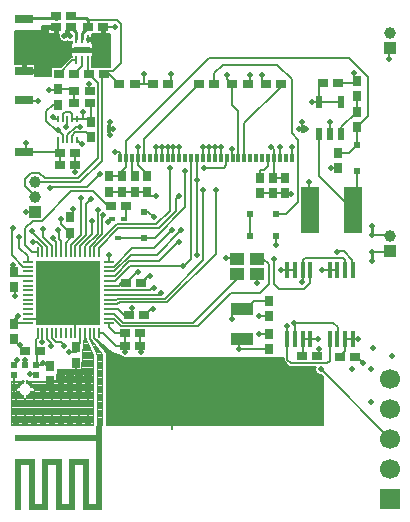
<source format=gbr>
G04 DipTrace 3.1.0.0*
G04 Top.gbr*
%MOIN*%
G04 #@! TF.FileFunction,Copper,L1,Top*
G04 #@! TF.Part,Single*
%AMOUTLINE0*
4,1,32,
0.145,0.14,
0.145,-0.14,
0.08,-0.14,
0.08,0.01,
0.055,0.01,
0.055,-0.14,
-0.01,-0.14,
-0.01,0.01,
-0.035,0.01,
-0.035,-0.14,
-0.1,-0.14,
-0.1,0.01,
-0.125,0.01,
-0.125,-0.14,
-0.145,-0.14,
-0.145,0.03,
-0.08,0.03,
-0.08,-0.12,
-0.055,-0.12,
-0.055,0.03,
0.01,0.03,
0.01,-0.12,
0.035,-0.12,
0.035,0.03,
0.1,0.03,
0.1,-0.12,
0.125,-0.12,
0.125,0.09,
-0.128005,0.09,
-0.128005,0.11,
0.125,0.11,
0.125,0.14,
0.145,0.14,
0*%
%AMOUTLINE2*
4,1,16,
0.003937,0.012795,
0.003547,0.014504,
0.002454,0.015873,
0.000877,0.016634,
-0.000877,0.016634,
-0.002454,0.015873,
-0.003547,0.014504,
-0.003937,0.012795,
-0.003937,-0.012795,
-0.003547,-0.014504,
-0.002454,-0.015873,
-0.000877,-0.016634,
0.000877,-0.016634,
0.002454,-0.015873,
0.003547,-0.014504,
0.003937,-0.012795,
0.003937,0.012795,
0*%
%AMOUTLINE4*
4,1,16,
0.012795,-0.003937,
0.014504,-0.003547,
0.015873,-0.002454,
0.016634,-0.000877,
0.016634,0.000877,
0.015873,0.002454,
0.014504,0.003547,
0.012795,0.003937,
-0.012795,0.003937,
-0.014504,0.003547,
-0.015873,0.002454,
-0.016634,0.000877,
-0.016634,-0.000877,
-0.015873,-0.002454,
-0.014504,-0.003547,
-0.012795,-0.003937,
0.012795,-0.003937,
0*%
%AMOUTLINE6*5,1,4,0,0,0.30066,-135.0*%
%AMOUTLINE9*
4,1,12,
0.013761,-0.013898,
0.002066,-0.013898,
0.000688,-0.010354,
-0.001911,-0.005787,
-0.005651,-0.002047,
-0.010218,0.000551,
-0.013761,0.001929,
-0.013761,0.013898,
-0.005701,0.011465,
0.001528,0.007291,
0.007428,0.001391,
0.011601,-0.005837,
0.013761,-0.013898,
0*%
%AMOUTLINE11*
4,1,12,
0.013898,0.013761,
0.013898,0.002066,
0.010354,0.000688,
0.005787,-0.001911,
0.002047,-0.005651,
-0.000551,-0.010218,
-0.001929,-0.013761,
-0.013898,-0.013761,
-0.011465,-0.005701,
-0.007291,0.001528,
-0.001391,0.007428,
0.005837,0.011601,
0.013898,0.013761,
0*%
%AMOUTLINE13*
4,1,12,
-0.013761,0.013898,
-0.002066,0.013898,
-0.000688,0.010354,
0.001911,0.005787,
0.005651,0.002047,
0.010218,-0.000551,
0.013761,-0.001929,
0.013761,-0.013898,
0.005701,-0.011465,
-0.001528,-0.007291,
-0.007428,-0.001391,
-0.011601,0.005837,
-0.013761,0.013898,
0*%
%AMOUTLINE15*
4,1,12,
-0.013898,-0.013761,
-0.013898,-0.002066,
-0.010354,-0.000688,
-0.005787,0.001911,
-0.002047,0.005651,
0.000551,0.010218,
0.001929,0.013761,
0.013898,0.013761,
0.011465,0.005701,
0.007291,-0.001528,
0.001391,-0.007428,
-0.005837,-0.011601,
-0.013898,-0.013761,
0*%
%AMOUTLINE17*
4,1,4,
-0.023622,0.019685,
0.023622,0.019685,
0.023622,-0.019685,
-0.023622,-0.019685,
-0.023622,0.019685,
0*%
G04 #@! TA.AperFunction,Conductor*
%ADD14C,0.005997*%
%ADD15C,0.01*%
G04 #@! TA.AperFunction,CopperBalancing*
%ADD16C,0.015*%
%ADD17C,0.005*%
%ADD18C,0.003937*%
G04 #@! TA.AperFunction,ComponentPad*
%ADD22R,0.02X0.02*%
G04 #@! TA.AperFunction,ViaPad*
%ADD23C,0.02*%
%ADD25R,0.035433X0.027559*%
%ADD26R,0.027559X0.035433*%
%ADD27R,0.023622X0.023622*%
%ADD28R,0.059055X0.027559*%
G04 #@! TA.AperFunction,ComponentPad*
%ADD29R,0.03937X0.03937*%
%ADD32C,0.03937*%
%ADD33R,0.011811X0.031496*%
G04 #@! TA.AperFunction,ComponentPad*
%ADD34R,0.066929X0.066929*%
%ADD37C,0.066929*%
%ADD38R,0.059055X0.15748*%
%ADD40R,0.020079X0.015748*%
%ADD46R,0.009843X0.026575*%
%ADD47R,0.055906X0.024016*%
%ADD48R,0.017717X0.057087*%
%ADD50R,0.023622X0.020551*%
%ADD52R,0.008858X0.023622*%
%ADD54R,0.023622X0.043307*%
%ADD55R,0.074803X0.043307*%
G04 #@! TA.AperFunction,ViaPad*
%ADD56C,0.025*%
%ADD86OUTLINE0*%
%ADD88OUTLINE2*%
%ADD90OUTLINE4*%
%ADD92OUTLINE6*%
%ADD95OUTLINE9*%
%ADD97OUTLINE11*%
%ADD99OUTLINE13*%
%ADD101OUTLINE15*%
%ADD103OUTLINE17*%
%FSLAX26Y26*%
G04*
G70*
G90*
G75*
G01*
G04 Top*
%LPD*%
X202126Y880827D2*
D14*
X200997D1*
Y895990D1*
X202000Y896992D1*
Y912000D1*
X217000Y927000D1*
Y940000D1*
X215000D1*
Y944409D1*
X175199Y1253934D2*
Y1216533D1*
X181102Y1210630D1*
Y1171260D1*
Y1210630D2*
X179134Y1212598D1*
X60903D1*
X235320Y1590950D2*
D15*
Y1615270D1*
X220591Y1630000D1*
Y1630997D1*
X210997D1*
X200997Y1620997D1*
Y1600000D1*
X196995D1*
X215000D2*
X210000D1*
Y1619409D1*
X220591Y1630000D1*
X177165Y1423228D2*
D14*
X224409D1*
X230315Y1417323D1*
Y1377953D1*
X146995Y1420997D2*
X174934D1*
X177165Y1423228D1*
X206696Y1324801D2*
Y1298005D1*
X201995D1*
X69003Y1244003D2*
Y1220698D1*
X60903Y1212598D1*
X235000Y562591D2*
Y547000D1*
X214000D1*
X213000Y546000D1*
X115591Y550000D2*
X105000Y539409D1*
Y503693D1*
X101186D1*
X125000Y510000D2*
X129003D1*
X138415Y500588D1*
X149000D1*
X125000Y510000D2*
X118693Y503693D1*
X101186D1*
X1016391Y589856D2*
X1041000D1*
Y589000D1*
X1221995Y965997D2*
D15*
Y935997D1*
X1158005Y589711D2*
D14*
X1175000D1*
Y589003D1*
X990801Y589856D2*
X1016391D1*
X1132415Y589711D2*
X1158005D1*
X1132415D2*
Y549409D1*
X1115000Y531995D1*
X1016076Y1022000D2*
X1013000D1*
Y1114000D1*
X1120404Y1381154D2*
X1045601D1*
Y1430194D1*
X1059409Y1444003D1*
X1021000Y1379000D2*
X1043448D1*
X1045601Y1381154D1*
X345827Y768622D2*
X378622D1*
X386958Y776958D1*
X402409D1*
Y776000D1*
X345827Y689882D2*
X374118D1*
X398000Y666000D1*
X406000D1*
X411241Y671241D1*
X442625Y1193005D2*
Y1169375D1*
X466000Y1146000D1*
Y1140150D1*
X473559Y1132591D1*
X74173Y800118D2*
X42472D1*
X29000Y813591D1*
X249370Y609173D2*
Y576961D1*
X235000Y562591D1*
X107638Y609173D2*
Y594638D1*
X104000Y591000D1*
Y561591D1*
X115591Y550000D1*
X345827Y642638D2*
Y629173D1*
X365000Y610000D1*
X397690D1*
X398294Y609396D1*
X312362Y609173D2*
X326827D1*
X369000Y567000D1*
X397803D1*
X398294Y566509D1*
X1221995Y935997D2*
X1279215D1*
X1281000Y934213D1*
X895381Y1193005D2*
Y1131148D1*
X891118Y1126886D1*
X933677D1*
X990801Y589856D2*
Y536982D1*
X987819Y534000D1*
X807843Y1440000D2*
X816000D1*
Y1471000D1*
X398294Y566509D2*
Y548706D1*
X400000Y547000D1*
X398294Y566509D2*
Y609396D1*
X444000Y814000D2*
X440409D1*
X402409Y776000D1*
X422000Y694000D2*
Y682000D1*
X411241Y671241D1*
X185000Y991000D2*
Y974409D1*
X215000Y944409D1*
X25000Y838000D2*
Y817591D1*
X29000Y813591D1*
X462000Y1015000D2*
X477000D1*
X496000Y996000D1*
X442625Y1193005D2*
Y1230625D1*
X443000Y1231000D1*
X895381Y1193005D2*
Y1223619D1*
X887000Y1232000D1*
X206696Y1253934D2*
Y1269701D1*
X235000Y1298005D1*
X250000D1*
X154882Y880827D2*
Y899118D1*
X125000Y929000D1*
Y958000D1*
X238190Y1253934D2*
X240068D1*
X254003Y1240000D1*
X255997D1*
X139134Y880827D2*
Y897866D1*
X92000Y945000D1*
Y948000D1*
X88000Y952000D1*
X190946Y1324801D2*
Y1338938D1*
X199003Y1346995D1*
X215000D1*
X221995Y1340000D1*
Y1325249D1*
X222444Y1324801D1*
X238190D1*
X260000D1*
X275593D1*
X285433Y1314961D1*
Y1374016D1*
X281496Y1377953D1*
X232283Y1171260D2*
Y1210630D1*
X325591Y1630000D2*
X366640D1*
X879173Y666417D2*
X847060D1*
X879173Y607493D2*
X846995D1*
Y606995D1*
X274690Y1590937D2*
X309711D1*
Y1555000D1*
X255005Y1555005D2*
Y1555000D1*
X239711D1*
X199711D1*
X939619Y822139D2*
X919000D1*
Y822000D1*
X269711Y1555000D2*
X255005D1*
X260000Y1346995D2*
Y1324801D1*
X1221995Y879003D2*
D15*
Y849003D1*
X1055000Y820000D2*
D14*
X1079239D1*
X1081234Y821995D1*
X1106824D1*
X939619Y822139D2*
X965210D1*
X296614Y609173D2*
Y593386D1*
X350997Y539003D1*
Y469003D1*
X353005Y466995D1*
X42008Y261995D2*
X315000D1*
Y31995D1*
X268005Y36995D1*
Y178005D1*
X225997D1*
Y31995D1*
X179003Y35000D1*
X180000Y161995D1*
X737000Y859000D2*
X773131D1*
X773541Y858591D1*
X838000Y776000D2*
Y804940D1*
X840470Y807409D1*
X346168Y1291430D2*
Y1312165D1*
X348005Y1314003D1*
X359003Y1291995D2*
X346732D1*
X346168Y1291430D1*
Y1270840D1*
X348005Y1269003D1*
Y1289593D1*
X346168Y1291430D1*
X235000Y511409D2*
Y484003D1*
X216995Y465997D1*
X74173Y658386D2*
X123386D1*
X210000Y745000D1*
X1221995Y879003D2*
X1275003D1*
X1281000Y885000D1*
X473559Y1081409D2*
Y1067000D1*
X504000D1*
X473559Y1081409D2*
X431000D1*
X388441D1*
X345882D1*
X149000Y449407D2*
X174583D1*
X186995Y436995D1*
X462423Y671241D2*
Y669423D1*
X485000Y692000D1*
X492000D1*
X453591Y776000D2*
X456000D1*
X469000Y789000D1*
X467000D1*
X484000Y806000D1*
Y799000D1*
X449475Y566509D2*
X451000D1*
Y547000D1*
X449475Y609396D2*
Y566509D1*
X226000Y1024000D2*
Y1006591D1*
X215000Y995591D1*
X34000Y735000D2*
Y757409D1*
X29000Y762409D1*
X1166181Y531995D2*
X1174005D1*
X1194000Y512000D1*
X1046000Y558000D2*
Y541000D1*
X1039000Y534000D1*
X902307Y933000D2*
Y904693D1*
X903000Y904000D1*
X232000Y1147000D2*
Y1170976D1*
X232283Y1171260D1*
X70000Y1013000D2*
X97646D1*
X98425Y1013780D1*
X50000Y1595000D2*
Y1555000D1*
Y1515000D1*
X110000D1*
Y1555000D1*
Y1595000D1*
X50000Y1515000D2*
X60929Y1504071D1*
Y1483189D1*
X383570Y1193005D2*
Y1214000D1*
X367000D1*
X501680Y1193005D2*
Y1232087D1*
X521365Y1193005D2*
Y1232087D1*
X541050Y1193005D2*
Y1232087D1*
X560735Y1193005D2*
Y1232087D1*
X580420Y1193005D2*
Y1232087D1*
X659160Y1193005D2*
Y1232087D1*
X678845Y1193005D2*
Y1232087D1*
X698530Y1193005D2*
Y1232087D1*
X718215Y1193005D2*
Y1232087D1*
X50000Y572000D2*
X46409D1*
X29000Y589409D1*
X50000Y572000D2*
Y564409D1*
X64409Y550000D1*
X551000Y1473000D2*
Y1448386D1*
X542614Y1440000D1*
X233622Y609173D2*
Y648622D1*
X250000Y665000D1*
X357315Y991496D2*
X352496D1*
X343000Y982000D1*
X1108000Y1160409D2*
X1086000D1*
Y1161000D1*
X980000Y1291995D2*
X991273D1*
X991837Y1291430D1*
X1110591Y1444003D2*
X1166415D1*
X1173005Y1450593D1*
X1083003Y1274854D2*
Y1314000D1*
X1083000D1*
X1162000Y1478000D2*
Y1461598D1*
X1173005Y1450593D1*
X1004003Y1291995D2*
X992402D1*
X990000Y1314003D2*
Y1293268D1*
X868276Y1440000D2*
X857000D1*
Y1470000D1*
X1280000Y1523000D2*
Y1559394D1*
X1281000Y1560394D1*
X915066Y1193005D2*
Y1232087D1*
X954436Y1193005D2*
Y1232087D1*
X933677Y1075705D2*
X891118D1*
X848559D1*
X933677D2*
X953295D1*
X954000Y1075000D1*
X556000Y291000D2*
Y309990D1*
X563005Y316995D1*
X30307Y471331D2*
X30000Y471024D1*
Y398000D1*
X36995Y391005D1*
Y376995D1*
X190946Y1253934D2*
Y1272046D1*
X176995Y1285997D1*
X175997D1*
X177165Y1372047D2*
X160039D1*
X136995Y1349003D1*
Y1317008D1*
X168005Y1285997D1*
X175997D1*
X345827Y721378D2*
Y722000D1*
X370000D1*
X373000Y725000D1*
X532000D1*
X660000Y853000D1*
Y1086000D1*
X281496Y1417323D2*
X280669D1*
X279000Y1418992D1*
Y1440000D1*
X175199Y1324801D2*
X159003D1*
Y1330997D1*
X345827Y705630D2*
X373630D1*
X381000Y713000D1*
X539000D1*
X701000Y875000D1*
Y1086000D1*
X83000Y473000D2*
X101186D1*
Y471331D1*
X345827Y847362D2*
Y870827D1*
X347000Y872000D1*
X65753Y503693D2*
Y518753D1*
X67000Y520000D1*
X345827Y737126D2*
X513126D1*
X520000Y744000D1*
X345827Y752874D2*
X483126D1*
X489252Y759000D1*
X495000D1*
X39000Y520000D2*
Y512386D1*
X30307Y503693D1*
X235320Y1519060D2*
X223470D1*
X179409Y1475000D1*
X255005Y1519060D2*
Y1499415D1*
X230591Y1475000D1*
X422940Y1193005D2*
Y1140651D1*
X431000Y1132591D1*
X345827Y674134D2*
X363871D1*
X393005Y645000D1*
X627000D1*
X768000Y786000D1*
Y807409D1*
X773541D1*
X274690Y1519060D2*
Y1479719D1*
X279409Y1475000D1*
X98425Y1062992D2*
Y1068570D1*
X66995Y1100000D1*
Y1124003D1*
X86995Y1144003D1*
X113990D1*
X131995Y1125997D1*
X242992D1*
X310000Y1193005D1*
Y1444409D1*
X279409Y1475000D1*
X74173Y642638D2*
X31047D1*
X29000Y640591D1*
Y653000D1*
X42000Y666000D1*
X222444Y1253934D2*
Y1267444D1*
X234003Y1279003D1*
X270210D1*
X285433Y1263780D1*
X345827Y658386D2*
X361614D1*
X386995Y633005D1*
X642005D1*
X753000Y744000D1*
X848000D1*
X878000Y774000D1*
Y841000D1*
X860409Y858591D1*
X840470D1*
X123386Y609173D2*
Y580472D1*
X123685D1*
X879173Y717598D2*
X828596D1*
X796995Y685997D1*
X787906D1*
Y690171D1*
X767165D1*
X755000Y678005D1*
Y655997D1*
X139134Y609173D2*
Y591866D1*
X154000Y577000D1*
Y567000D1*
X780000Y555997D2*
Y591745D1*
X787906D1*
X879173Y556312D2*
X780315D1*
X780000Y555997D1*
X1173005Y1348591D2*
Y1399412D1*
X1120404Y1274854D2*
Y1295990D1*
X1173005Y1348591D1*
X1171000Y1151693D2*
Y1035192D1*
X1157808Y1022000D1*
X1045601Y1274854D2*
Y1134207D1*
X1157808Y1022000D1*
X1173005Y1297409D2*
Y1238307D1*
X1171000D1*
X1108000Y1211591D2*
X1144283D1*
X1171000Y1238307D1*
X345882Y1132591D2*
X388441D1*
X403255Y1193005D2*
Y1165255D1*
X389000Y1151000D1*
Y1132591D1*
X403255Y1193005D2*
Y1250255D1*
X680000Y1527000D1*
X1145000D1*
X1208000Y1464000D1*
Y1332404D1*
X1173005Y1297409D1*
X919457Y1440000D2*
Y1431457D1*
X796955Y1308955D1*
Y1193005D1*
X848559Y1126886D2*
Y1154307D1*
X863697D1*
X875696Y1166306D1*
Y1193005D1*
X462310D2*
Y1257262D1*
X645047Y1440000D1*
X696228D2*
Y1476228D1*
X725000Y1505000D1*
X906000D1*
X955000Y1456000D1*
Y1276000D1*
X976000Y1255000D1*
Y1046000D1*
X937000Y1007000D1*
X902307D1*
X815693D2*
Y933000D1*
X377000Y928504D2*
X462000Y928386D1*
X110000Y1385000D2*
X61730D1*
X60903Y1385827D1*
X462000Y928386D2*
X498386D1*
X599000Y1029000D1*
Y1149000D1*
X150000Y1093000D2*
Y1097000D1*
X272000D1*
X315000Y1140000D1*
X402591Y1033000D2*
Y991496D1*
X396685D1*
X431000Y1440000D2*
X461000D1*
X491433D1*
X461000Y1473000D2*
Y1440000D1*
X74173Y847362D2*
Y865827D1*
X47000Y893000D1*
Y929000D1*
X168409Y1665591D2*
D16*
Y1661000D1*
D15*
X65512D1*
D14*
X60929Y1656417D1*
X296614Y880827D2*
Y896614D1*
X374000Y974000D1*
X504000D1*
X548000Y1018000D1*
Y1159000D1*
X550000Y1161000D1*
X756000Y1224000D2*
Y1194591D1*
X757585Y1193005D1*
X756661Y1440000D2*
Y1370339D1*
X777270Y1349730D1*
Y1193005D1*
X74173Y831614D2*
X58386D1*
X21000Y869000D1*
Y957000D1*
X25000Y961000D1*
X739000Y1469000D2*
Y1457661D1*
X756661Y1440000D1*
X280866Y880827D2*
Y897866D1*
X324000Y941000D1*
Y1005000D1*
X327000Y1008000D1*
Y1004000D1*
X265118Y880827D2*
Y899118D1*
X308000Y942000D1*
Y1022000D1*
X249370Y880827D2*
Y900370D1*
X290000Y941000D1*
Y984000D1*
X289000Y985000D1*
X123386Y880827D2*
X124000D1*
Y896000D1*
X106000Y914000D1*
X91000D1*
X170630Y880827D2*
Y915370D1*
X158000Y928000D1*
X896000Y857000D2*
Y773000D1*
X913000Y756000D1*
X995000D1*
X1016391Y777391D1*
Y822139D1*
X186378Y880827D2*
Y916622D1*
X179000Y924000D1*
Y953000D1*
X177000D1*
X1107000Y881000D2*
Y883000D1*
X1129000D1*
X1157000Y855000D1*
Y821995D1*
X1158005D1*
X233622Y880827D2*
Y901622D1*
X270000Y938000D1*
Y1041000D1*
X287000Y1058000D1*
X737900Y1193005D2*
X737000D1*
Y1169000D1*
X729000Y1161000D1*
X663000D1*
X345827Y800118D2*
X364121D1*
X413003Y849000D1*
X511000D1*
X577000Y915000D1*
X580000D1*
X1132415Y821995D2*
Y852585D1*
X1125315Y859685D1*
X997690D1*
X990801Y852795D1*
Y822139D1*
Y779801D1*
X990000Y779000D1*
X345827Y784370D2*
X365370D1*
X415000Y834000D1*
X581000D1*
X596000D1*
X619000Y857000D1*
Y1193795D1*
X619790Y1193005D1*
X939619Y589856D2*
Y521381D1*
X952000Y509000D1*
X1072000D1*
X1081000Y518000D1*
Y589478D1*
X1081234Y589711D1*
X581000Y834000D2*
Y833000D1*
X593000D1*
X939619Y589856D2*
Y633381D1*
X938000Y635000D1*
X217874Y880827D2*
Y902874D1*
X253000Y938000D1*
Y1059000D1*
X639475Y1193005D2*
Y1121475D1*
X639000Y1121000D1*
Y872000D1*
X965210Y589856D2*
Y643790D1*
X964000Y645000D1*
X1092000D1*
X1108000Y629000D1*
Y590887D1*
X1106824Y589711D1*
X345827Y831614D2*
X361614D1*
X423556Y893556D1*
X495556D1*
X556000Y954000D1*
X345827Y815866D2*
X362866D1*
X419000Y872000D1*
X505000D1*
X587000Y954000D1*
X312362Y880827D2*
Y895362D1*
X377000Y960000D1*
X511000D1*
X568000Y1017000D1*
Y1057000D1*
X579000Y1068000D1*
X255005Y1590950D2*
D15*
Y1610596D1*
X274409Y1630000D1*
X330591Y1475000D2*
D14*
Y1485000D1*
X360000D1*
X386995Y1511995D1*
Y1642008D1*
X374003Y1655000D1*
X274409D1*
D15*
Y1630000D1*
X98425Y1112205D2*
D14*
X250197D1*
X321995Y1184003D1*
Y1466404D1*
X330591Y1475000D1*
X344819D1*
X379819Y1440000D1*
X219591Y1665591D2*
D15*
Y1661000D1*
X268409D1*
X274409Y1655000D1*
X107638Y880827D2*
D14*
X88173D1*
X66000Y903000D1*
Y959000D1*
X92000Y985000D1*
X122000D1*
X220000Y1083000D1*
X294000D1*
X344000Y1033000D1*
X351409D1*
X154882Y609173D2*
Y593118D1*
X169000Y579000D1*
X186000D1*
X197000Y568000D1*
X1283007Y255997D2*
Y256993D1*
X1051000Y489000D1*
D23*
X896000Y857000D3*
X130000Y825000D3*
X550000Y1161000D3*
X47000Y929000D3*
X67000Y520000D3*
X125000Y510000D3*
X123685Y580472D3*
X154000Y567000D3*
X701000Y1086000D3*
X520000Y744000D3*
X130000Y785000D3*
X83000Y473000D3*
X91000Y914000D3*
X213000Y546000D3*
X1221995Y965997D3*
D56*
X683005Y466995D3*
D23*
X88000Y952000D3*
X990000Y779000D3*
X639000Y872000D3*
X125000Y958000D3*
X495000Y759000D3*
X39000Y520000D3*
D56*
X533005Y466995D3*
D23*
X158000Y928000D3*
X177000Y953000D3*
X253000Y1059000D3*
X287000Y1058000D3*
X289000Y985000D3*
X308000Y1022000D3*
X327000Y1004000D3*
X756000Y1224000D3*
X579000Y1068000D3*
X347000Y872000D3*
X964000Y645000D3*
X50000Y572000D3*
X239711Y1555000D3*
X269711D3*
X130000Y745000D3*
X663000Y1161000D3*
X260000Y1346995D3*
X639000Y1121000D3*
X1107000Y881000D3*
X197000Y568000D3*
D56*
X683005Y436995D3*
X533005D3*
X683005Y406995D3*
D23*
X130000Y705000D3*
Y665000D3*
X146995Y1420997D3*
X170000Y825000D3*
X69003Y1244003D3*
X170000Y785000D3*
Y745000D3*
X196995Y1600000D3*
X215000D3*
X170000Y705000D3*
X175997Y1285997D3*
X1051000Y489000D3*
X348005Y1314003D3*
Y1269003D3*
X1162000Y1478000D3*
X593000Y833000D3*
X110000Y1385000D3*
X359003Y1291995D3*
X990000Y1314003D3*
X938000Y635000D3*
D56*
X683005Y376995D3*
X923005Y466995D3*
D23*
X1041000Y589000D3*
X201995Y1298005D3*
D56*
X67000Y377000D3*
X923005Y436995D3*
D23*
X250000Y1298005D3*
X255997Y1240000D3*
X279000Y1440000D3*
X159003Y1330997D3*
D56*
X713005Y466995D3*
Y436995D3*
Y406995D3*
X36995Y376995D3*
D23*
X366640Y1630000D3*
D56*
X36995Y346995D3*
Y316995D3*
D23*
X1288000Y533000D3*
X461000Y1473000D3*
X847060Y666417D3*
X846995Y606995D3*
X599000Y1149000D3*
X170000Y665000D3*
X210000Y825000D3*
Y785000D3*
D56*
X713005Y376995D3*
D23*
X210000Y745000D3*
Y705000D3*
D56*
X713005Y346995D3*
Y316995D3*
D23*
X210000Y665000D3*
X1221995Y935997D3*
X250000Y825000D3*
D56*
X593005Y466995D3*
Y436995D3*
D23*
X1004003Y1291995D3*
X980000D3*
X315000Y1140000D3*
X150000Y1093000D3*
X400000Y547000D3*
X1021000Y1379000D3*
X444000Y814000D3*
X422000Y694000D3*
X226000Y1024000D3*
X185000Y991000D3*
X25000Y838000D3*
X34000Y735000D3*
X1046000Y558000D3*
D56*
X593005Y406995D3*
D23*
X1221995Y879003D3*
D56*
X593005Y376995D3*
D23*
X1194000Y512000D3*
X309711Y1555000D3*
X199711D3*
X1055000Y820000D3*
X919000Y822000D3*
X737000Y859000D3*
X838000Y776000D3*
X250000Y785000D3*
X42000Y666000D3*
X250000Y745000D3*
Y705000D3*
Y665000D3*
X290000Y825000D3*
D56*
X66995Y346995D3*
Y316995D3*
D23*
X290000Y785000D3*
Y745000D3*
Y705000D3*
Y665000D3*
X556000Y954000D3*
X587000D3*
X580000Y915000D3*
X903000Y904000D3*
X443000Y1231000D3*
D56*
X533005Y406995D3*
Y376995D3*
X96995D3*
Y346995D3*
Y316995D3*
X533005Y346995D3*
Y316995D3*
X563005Y466995D3*
Y436995D3*
Y406995D3*
Y376995D3*
Y346995D3*
Y316995D3*
X653000Y347000D3*
X923005Y376995D3*
D23*
X1221995Y849003D3*
D56*
X126995Y376995D3*
Y346995D3*
Y316995D3*
Y406995D3*
X156995D3*
D23*
X496000Y996000D3*
D56*
X623005Y466995D3*
Y436995D3*
Y406995D3*
Y376995D3*
X923005Y346995D3*
Y316995D3*
X653005Y466995D3*
X156995Y376995D3*
Y346995D3*
Y316995D3*
X653005Y436995D3*
Y406995D3*
Y376995D3*
X953005Y466995D3*
Y436995D3*
X186995Y466995D3*
Y436995D3*
Y406995D3*
D23*
X70000Y1013000D3*
D56*
X953005Y376995D3*
Y346995D3*
Y316995D3*
X743005Y466995D3*
Y436995D3*
Y406995D3*
Y376995D3*
Y346995D3*
Y316995D3*
X186995Y376995D3*
Y346995D3*
Y316995D3*
X773005Y466995D3*
Y436995D3*
Y406995D3*
Y376995D3*
X216995Y465997D3*
Y436995D3*
Y406995D3*
Y376995D3*
Y346995D3*
Y316995D3*
X773005Y346995D3*
Y316995D3*
X803005Y466995D3*
Y439003D3*
X246995Y465997D3*
Y436995D3*
Y406995D3*
Y376995D3*
Y346995D3*
Y316995D3*
D23*
X232000Y1147000D3*
X1280000Y1523000D3*
X50000Y1595000D3*
X110000D3*
D56*
X276995Y466995D3*
Y436995D3*
Y406995D3*
Y376995D3*
Y346995D3*
Y316995D3*
X353005Y466995D3*
Y436995D3*
Y406995D3*
Y376995D3*
Y346995D3*
Y316995D3*
X833005Y466995D3*
Y440000D3*
D23*
X50000Y1555000D3*
Y1515000D3*
D56*
X383005Y466995D3*
Y436995D3*
Y406995D3*
Y376995D3*
Y346995D3*
Y316995D3*
D23*
X110000Y1515000D3*
Y1555000D3*
D56*
X863005Y466995D3*
Y436995D3*
X413005Y466995D3*
Y436995D3*
Y406995D3*
Y376995D3*
Y346995D3*
Y316995D3*
D23*
X954000Y1075000D3*
D56*
X866995Y376995D3*
Y346995D3*
Y316995D3*
X443005Y466995D3*
Y436995D3*
Y406995D3*
Y376995D3*
Y346995D3*
Y316995D3*
X893005Y466995D3*
Y436995D3*
D23*
X551000Y1473000D3*
D56*
X893005Y376995D3*
X473005Y466995D3*
Y436995D3*
Y406995D3*
Y376995D3*
Y346995D3*
Y316995D3*
X893005Y346995D3*
Y316995D3*
X653000Y317000D3*
D23*
X887000Y1232000D3*
D56*
X503005Y466995D3*
Y436995D3*
Y406995D3*
Y376995D3*
Y346995D3*
Y316995D3*
D23*
X343000Y982000D3*
D56*
X683000Y347000D3*
D23*
X1226000Y559000D3*
D56*
X683000Y317000D3*
X593000Y347000D3*
Y317000D3*
X623000Y347000D3*
D23*
X1218005Y379003D3*
D56*
X623000Y317000D3*
D23*
X25000Y961000D3*
X1219000Y492000D3*
X739000Y1469000D3*
X1155000Y489000D3*
X1175000Y589003D3*
X1086000Y1161000D3*
X1013000Y1114000D3*
X1083000Y1314000D3*
X660000Y1086000D3*
X816000Y1471000D3*
X857000Y1470000D3*
X504000Y1067000D3*
X492000Y692000D3*
X484000Y799000D3*
X451000Y547000D3*
X367000Y1214000D3*
X501680Y1232087D3*
X521365D3*
X541050D3*
X560735D3*
X580420D3*
X659160D3*
X678845D3*
X698530D3*
X718215D3*
X915066D3*
X954436D3*
X780000Y555997D3*
X755000Y655997D3*
X122995Y1627631D2*
D17*
X142493D1*
X122995Y1622762D2*
X142493D1*
X122995Y1617894D2*
X142493D1*
X33000Y1613025D2*
X142493D1*
X33000Y1608156D2*
X142493D1*
X33000Y1603287D2*
X178089D1*
X288806D2*
X347000D1*
X33000Y1598419D2*
X177865D1*
X288806D2*
X347000D1*
X33000Y1593550D2*
X178949D1*
X288806D2*
X347000D1*
X33000Y1588681D2*
X181614D1*
X288806D2*
X347000D1*
X33000Y1583812D2*
X187142D1*
X288806D2*
X347000D1*
X33000Y1578944D2*
X221205D1*
X288806D2*
X347000D1*
X33000Y1574075D2*
X217854D1*
X292155D2*
X347000D1*
X33000Y1569206D2*
X217854D1*
X292155D2*
X347000D1*
X33000Y1564337D2*
X217854D1*
X292155D2*
X347000D1*
X33000Y1559469D2*
X217854D1*
X292155D2*
X347000D1*
X33000Y1554600D2*
X217854D1*
X292155D2*
X347000D1*
X33000Y1549731D2*
X217854D1*
X292155D2*
X347000D1*
X33000Y1544862D2*
X217854D1*
X292155D2*
X347000D1*
X33000Y1539993D2*
X217854D1*
X292155D2*
X347000D1*
X33000Y1535125D2*
X217854D1*
X292155D2*
X347000D1*
X33000Y1530256D2*
X219631D1*
X288806D2*
X347000D1*
X33000Y1525387D2*
X212777D1*
X288806D2*
X347000D1*
X33000Y1520518D2*
X207903D1*
X288806D2*
X347000D1*
X33000Y1515650D2*
X203041D1*
X288806D2*
X347000D1*
X33000Y1510781D2*
X198167D1*
X288806D2*
X347000D1*
X33000Y1505912D2*
X193303D1*
X288806D2*
X347000D1*
X99655Y1501043D2*
X188430D1*
X288806D2*
X347000D1*
X99655Y1496175D2*
X152493D1*
X99655Y1491306D2*
X152493D1*
X99655Y1486437D2*
X152493D1*
X99655Y1481568D2*
X152493D1*
X99655Y1476699D2*
X152493D1*
X99655Y1471831D2*
X152493D1*
X300823Y1607533D2*
X288314Y1607524D1*
X288310Y1575709D1*
X291656Y1575710D1*
Y1534299D1*
X288310D1*
Y1497471D1*
X347500Y1497500D1*
X347504Y1607524D1*
X299177Y1607525D1*
X155496Y1497476D2*
X185369D1*
X215199Y1527331D1*
X216594Y1528522D1*
X218160Y1529482D1*
X219856Y1530184D1*
X221701Y1530619D1*
X221656Y1534299D1*
X218356D1*
Y1575710D1*
X221701D1*
X221702Y1582549D1*
X219365Y1581819D1*
X216467Y1581361D1*
X213533D1*
X210635Y1581819D1*
X207845Y1582726D1*
X206016Y1583618D1*
X204150Y1582726D1*
X201360Y1581819D1*
X198462Y1581361D1*
X195528D1*
X192630Y1581819D1*
X189840Y1582726D1*
X187226Y1584058D1*
X184852Y1585782D1*
X182777Y1587857D1*
X181052Y1590231D1*
X179720Y1592845D1*
X178814Y1595635D1*
X178356Y1598533D1*
Y1601467D1*
X178814Y1604365D1*
X179720Y1607155D1*
X179891Y1607525D1*
X142996Y1607524D1*
Y1632513D1*
X122500Y1632500D1*
X122470Y1619609D1*
X122227Y1618865D1*
X121768Y1618232D1*
X121135Y1617773D1*
X120391Y1617530D1*
X120000Y1617500D1*
X32500D1*
Y1505673D1*
X99155Y1505665D1*
Y1467488D1*
X152996Y1467524D1*
Y1497476D1*
X155496D1*
X325591Y1630000D2*
D16*
Y1607533D1*
X169409Y1630000D2*
Y1607533D1*
X143005Y1630000D2*
X169409D1*
X60929Y1505656D2*
Y1483189D1*
X99144D1*
X274690Y1590937D2*
X288299D1*
X218365Y1555005D2*
X291646D1*
X262189Y594226D2*
D18*
X267215D1*
X261820Y590420D2*
X268783D1*
X261458Y586614D2*
X270360D1*
X261089Y582808D2*
X271936D1*
X260874Y579003D2*
X273512D1*
X260735Y575197D2*
X275089D1*
X259997Y571391D2*
X276665D1*
X259629Y567585D2*
X278241D1*
X259266Y563780D2*
X279810D1*
X258898Y559974D2*
X281386D1*
X258537Y556168D2*
X282963D1*
X258167Y552362D2*
X284539D1*
X257806Y548556D2*
X286115D1*
X257437Y544751D2*
X287692D1*
X257298Y540945D2*
X289268D1*
X257298Y537139D2*
X290644D1*
X256337Y533333D2*
X290644D1*
X255975Y529528D2*
X290644D1*
X255606Y525722D2*
X290644D1*
X255245Y521916D2*
X290644D1*
X254877Y518110D2*
X290644D1*
X254514Y514304D2*
X290644D1*
X254146Y510499D2*
X290644D1*
X253785Y506693D2*
X290644D1*
X253415Y502887D2*
X290644D1*
X253054Y499081D2*
X290644D1*
X252685Y495276D2*
X290644D1*
X252323Y491470D2*
X290644D1*
X171299Y487664D2*
X290644D1*
X171299Y483858D2*
X290644D1*
X171299Y480052D2*
X290644D1*
X171299Y476247D2*
X290644D1*
X169354Y472441D2*
X290644D1*
X169354Y468635D2*
X290644D1*
X169354Y464829D2*
X290644D1*
X169354Y461024D2*
X290644D1*
X169354Y457218D2*
X290644D1*
X169354Y453412D2*
X290644D1*
X18360Y449606D2*
X57661D1*
X73843D2*
X290644D1*
X18360Y445801D2*
X49403D1*
X82101D2*
X290644D1*
X18360Y441995D2*
X44843D1*
X86669D2*
X290644D1*
X18360Y438189D2*
X41728D1*
X89776D2*
X290644D1*
X18360Y434383D2*
X39537D1*
X91967D2*
X290644D1*
X18360Y430577D2*
X38038D1*
X93466D2*
X290644D1*
X18360Y426772D2*
X37130D1*
X94374D2*
X290644D1*
X18360Y422966D2*
X36753D1*
X94751D2*
X290644D1*
X18360Y419160D2*
X36885D1*
X94619D2*
X290644D1*
X18360Y415354D2*
X37530D1*
X93974D2*
X290644D1*
X18360Y411549D2*
X38730D1*
X92774D2*
X290644D1*
X18360Y407743D2*
X40567D1*
X90945D2*
X290644D1*
X18360Y403937D2*
X43190D1*
X88315D2*
X290644D1*
X18360Y400131D2*
X46942D1*
X84562D2*
X290644D1*
X18360Y396325D2*
X52786D1*
X78718D2*
X290644D1*
X18360Y392520D2*
X290644D1*
X18360Y388714D2*
X290644D1*
X18360Y384908D2*
X290644D1*
X18360Y381102D2*
X290644D1*
X18360Y377297D2*
X290644D1*
X18360Y373491D2*
X290644D1*
X18360Y369685D2*
X290644D1*
X18360Y365879D2*
X290644D1*
X18360Y362073D2*
X290644D1*
X18360Y358268D2*
X290644D1*
X18360Y354462D2*
X290644D1*
X18360Y350656D2*
X290644D1*
X18360Y346850D2*
X290644D1*
X18360Y343045D2*
X290644D1*
X18360Y339239D2*
X290644D1*
X18360Y335433D2*
X290644D1*
X18360Y331627D2*
X290644D1*
X18360Y327822D2*
X290644D1*
X18360Y324016D2*
X290644D1*
X18360Y320210D2*
X290644D1*
X18360Y316404D2*
X290644D1*
X18360Y312598D2*
X290644D1*
X18360Y308793D2*
X290644D1*
X18360Y304987D2*
X290644D1*
X170903Y490034D2*
Y474748D1*
X168958D1*
X168940Y452697D1*
X168749Y452112D1*
X168387Y451613D1*
X167888Y451251D1*
X167303Y451060D1*
X166793Y451049D1*
X129608Y450786D1*
X69715Y450386D1*
X72542Y449845D1*
X74437Y449312D1*
X76290Y448651D1*
X78094Y447864D1*
X79840Y446955D1*
X81518Y445928D1*
X83123Y444789D1*
X84646Y443541D1*
X86079Y442192D1*
X87415Y440747D1*
X88650Y439214D1*
X89776Y437600D1*
X90789Y435912D1*
X91682Y434159D1*
X92454Y432349D1*
X93100Y430490D1*
X93615Y428591D1*
X94000Y426660D1*
X94251Y424707D1*
X94375Y422039D1*
X94307Y420072D1*
X94105Y418114D1*
X93768Y416176D1*
X93299Y414264D1*
X92699Y412390D1*
X91972Y410560D1*
X91122Y408786D1*
X90151Y407073D1*
X89066Y405433D1*
X87869Y403870D1*
X86568Y402394D1*
X85168Y401009D1*
X83677Y399724D1*
X82101Y398546D1*
X80449Y397478D1*
X78726Y396526D1*
X76942Y395694D1*
X75105Y394988D1*
X73223Y394409D1*
X71307Y393962D1*
X69365Y393646D1*
X67404Y393465D1*
X65437Y393419D1*
X63471Y393508D1*
X61516Y393732D1*
X59580Y394091D1*
X57675Y394581D1*
X55807Y395201D1*
X53986Y395949D1*
X52220Y396819D1*
X50520Y397808D1*
X48890Y398912D1*
X47341Y400126D1*
X45878Y401444D1*
X44509Y402858D1*
X43241Y404364D1*
X42080Y405951D1*
X41030Y407617D1*
X40098Y409349D1*
X39286Y411143D1*
X38600Y412987D1*
X38042Y414875D1*
X37615Y416797D1*
X37322Y418741D1*
X37163Y420703D1*
X37138Y422672D1*
X37249Y424636D1*
X37495Y426589D1*
X37875Y428521D1*
X38386Y430421D1*
X39026Y432282D1*
X39794Y434094D1*
X40684Y435850D1*
X41692Y437541D1*
X42814Y439157D1*
X44045Y440693D1*
X45378Y442140D1*
X46807Y443493D1*
X48327Y444744D1*
X49928Y445888D1*
X51605Y446920D1*
X53348Y447833D1*
X55150Y448625D1*
X57001Y449290D1*
X58895Y449828D1*
X61621Y450345D1*
X17951Y450039D1*
X17966Y422467D1*
Y303963D1*
X291037D1*
Y537655D1*
X269354Y590000D1*
X267088Y595538D1*
X267041Y596152D1*
X267256Y597896D1*
X262096Y597562D1*
X260479Y580535D1*
X260458Y576088D1*
X260185Y574365D1*
X259739Y572957D1*
X259948Y573524D1*
X259739Y572957D1*
X256903Y543155D1*
Y536751D1*
X256265D1*
X251938Y491654D1*
X251739Y491071D1*
X251367Y490579D1*
X250864Y490226D1*
X250274Y490046D1*
X249781Y490039D1*
X214567Y490026D1*
X170899D1*
X306612Y582894D2*
D17*
X310114D1*
X310888Y578025D2*
X315709D1*
X315176Y573156D2*
X321315D1*
X319463Y568287D2*
X326911D1*
X323740Y563419D2*
X332516D1*
X328028Y558550D2*
X338112D1*
X332304Y553681D2*
X343707D1*
X336592Y548812D2*
X349312D1*
X339991Y543944D2*
X354908D1*
X339991Y539075D2*
X367848D1*
X339991Y534206D2*
X383102D1*
X339991Y529337D2*
X393366D1*
X339991Y524469D2*
X927438D1*
X339991Y519600D2*
X927575D1*
X339991Y514731D2*
X929518D1*
X339991Y509862D2*
X934118D1*
X339991Y504993D2*
X938980D1*
X339991Y500125D2*
X943903D1*
X339991Y495256D2*
X1032877D1*
X339991Y490387D2*
X1031852D1*
X339991Y485518D2*
X1032125D1*
X339991Y480650D2*
X1033776D1*
X339991Y475781D2*
X1037282D1*
X339991Y470912D2*
X1045768D1*
X339991Y466043D2*
X1056930D1*
X339991Y461175D2*
X1056999D1*
X339991Y456306D2*
X1056999D1*
X339991Y451437D2*
X1056999D1*
X339991Y446568D2*
X1056999D1*
X339991Y441699D2*
X1056999D1*
X339991Y436831D2*
X1056999D1*
X339991Y431962D2*
X1056999D1*
X339991Y427093D2*
X1056999D1*
X339991Y422224D2*
X1056999D1*
X339991Y417356D2*
X1056999D1*
X339991Y412487D2*
X1056999D1*
X339991Y407618D2*
X1056999D1*
X339991Y402749D2*
X1056999D1*
X339991Y397881D2*
X1056999D1*
X339991Y393012D2*
X1056999D1*
X339991Y388143D2*
X1056999D1*
X339991Y383274D2*
X1056999D1*
X339991Y378406D2*
X1056999D1*
X339991Y373537D2*
X1056999D1*
X339991Y368668D2*
X1056999D1*
X339991Y363799D2*
X1056999D1*
X339991Y358930D2*
X1056999D1*
X339991Y354062D2*
X1056999D1*
X339991Y349193D2*
X1056999D1*
X339991Y344324D2*
X1056999D1*
X339991Y339455D2*
X1056999D1*
X339991Y334587D2*
X1056999D1*
X339991Y329718D2*
X1056999D1*
X339991Y324849D2*
X1056999D1*
X339991Y319980D2*
X1056999D1*
X339991Y315112D2*
X1056999D1*
X339991Y310243D2*
X1056999D1*
X339991Y305374D2*
X1056999D1*
X1053054Y470429D2*
X1051000Y470303D1*
X1048075Y470533D1*
X1045222Y471218D1*
X1042512Y472340D1*
X1040010Y473874D1*
X1037780Y475780D1*
X1035874Y478010D1*
X1034340Y480512D1*
X1033218Y483222D1*
X1032533Y486075D1*
X1032303Y489000D1*
X1032533Y491925D1*
X1033218Y494778D1*
X1034261Y497316D1*
X952000Y497304D1*
X950171Y497448D1*
X948386Y497877D1*
X946690Y498579D1*
X945125Y499538D1*
X943730Y500730D1*
X943503Y500975D1*
X931349Y513110D1*
X930157Y514505D1*
X929198Y516071D1*
X928496Y517766D1*
X928067Y519551D1*
X927924Y521381D1*
X927937Y521714D1*
X927924Y527504D1*
X404609Y527530D1*
X404240Y527618D1*
X401811Y528394D1*
X400000Y528303D1*
X397075Y528533D1*
X394222Y529218D1*
X391512Y530340D1*
X389010Y531874D1*
X387727Y532903D1*
X357060Y542685D1*
X356391Y543091D1*
X309134Y584180D1*
X307713Y584703D1*
X305530Y585783D1*
X304479Y586508D1*
X303510Y585829D1*
X304022Y586151D1*
X304562Y586440D1*
X304482Y586507D1*
X304790Y584392D1*
X339108Y545340D1*
X339417Y544622D1*
X339482Y543766D1*
X339495Y404003D1*
Y304495D1*
X1057500D1*
Y465970D1*
X1053041Y470419D1*
X279357Y595223D2*
D18*
X282441D1*
X280853Y591417D2*
X284094D1*
X282720Y587612D2*
X286963D1*
X284589Y583806D2*
X289839D1*
X286458Y580000D2*
X292706D1*
X288327Y576194D2*
X295583D1*
X290203Y572388D2*
X298450D1*
X292071Y568583D2*
X301327D1*
X293940Y564777D2*
X304194D1*
X295808Y560971D2*
X307071D1*
X297677Y557165D2*
X309938D1*
X299546Y553360D2*
X312815D1*
X301415Y549554D2*
X315682D1*
X303290Y545748D2*
X318559D1*
X305159Y541942D2*
X321427D1*
X307028Y538136D2*
X322634D1*
X307366Y534331D2*
X322634D1*
X307366Y530525D2*
X322634D1*
X307366Y526719D2*
X322634D1*
X307366Y522913D2*
X322634D1*
X307366Y519108D2*
X322634D1*
X307366Y515302D2*
X322634D1*
X307366Y511496D2*
X322634D1*
X307366Y507690D2*
X322634D1*
X307366Y503885D2*
X322634D1*
X307366Y500079D2*
X322634D1*
X307366Y496273D2*
X322634D1*
X307366Y492467D2*
X322634D1*
X307366Y488661D2*
X322634D1*
X307366Y484856D2*
X322634D1*
X307366Y481050D2*
X322634D1*
X307366Y477244D2*
X322634D1*
X307366Y473438D2*
X322634D1*
X307366Y469633D2*
X322634D1*
X307366Y465827D2*
X322634D1*
X307366Y462021D2*
X322634D1*
X307366Y458215D2*
X322634D1*
X307366Y454409D2*
X322634D1*
X307366Y450604D2*
X322634D1*
X307366Y446798D2*
X322634D1*
X307366Y442992D2*
X322634D1*
X307366Y439186D2*
X322634D1*
X307366Y435381D2*
X322634D1*
X307366Y431575D2*
X322634D1*
X307366Y427769D2*
X322634D1*
X307366Y423963D2*
X322634D1*
X307366Y420157D2*
X322634D1*
X307366Y416352D2*
X322634D1*
X307366Y412546D2*
X322634D1*
X307366Y408740D2*
X322634D1*
X307366Y404934D2*
X322634D1*
X307366Y401129D2*
X322634D1*
X307366Y397323D2*
X322634D1*
X307366Y393517D2*
X322634D1*
X307366Y389711D2*
X322634D1*
X307366Y385906D2*
X322634D1*
X307366Y382100D2*
X322634D1*
X307366Y378294D2*
X322634D1*
X307366Y374488D2*
X322634D1*
X307366Y370682D2*
X322634D1*
X307366Y366877D2*
X322634D1*
X307366Y363071D2*
X322634D1*
X307366Y359265D2*
X322634D1*
X307366Y355459D2*
X322634D1*
X307366Y351654D2*
X322634D1*
X307366Y347848D2*
X322634D1*
X307366Y344042D2*
X322634D1*
X307366Y340236D2*
X322634D1*
X307366Y336430D2*
X322634D1*
X307366Y332625D2*
X322634D1*
X307366Y328819D2*
X322634D1*
X307366Y325013D2*
X322634D1*
X307366Y321207D2*
X322634D1*
X307366Y317402D2*
X322634D1*
X307366Y313596D2*
X322634D1*
X282303Y599029D2*
X278950D1*
X278963Y596037D1*
Y594429D1*
X306766Y537862D1*
X306949Y537274D1*
X306955Y536777D1*
X306969Y499593D1*
Y310971D1*
X323031D1*
Y540361D1*
X283429Y592816D1*
X283139Y593361D1*
X283033Y593945D1*
X282293Y599046D1*
D22*
X315000Y311995D3*
X42008Y261995D3*
D86*
X180000Y161995D3*
D25*
X274409Y1630000D3*
X325591D3*
X179409Y1475000D3*
X230591D3*
X220591Y1630000D3*
X169409D3*
X181102Y1171260D3*
X232283D3*
D26*
X285433Y1263780D3*
Y1314961D3*
D25*
X230315Y1377953D3*
X281496D3*
X181102Y1210630D3*
X232283D3*
D26*
X149000Y500588D3*
Y449407D3*
D25*
X411241Y671241D3*
X462423D3*
D26*
X235000Y562591D3*
Y511409D3*
D25*
X398294Y566509D3*
X449475D3*
X398294Y609396D3*
X449475D3*
X115591Y550000D3*
X64409D3*
X402409Y776000D3*
X453591D3*
D26*
X215000Y944409D3*
Y995591D3*
X29000Y813591D3*
Y762409D3*
X879173Y556312D3*
Y607493D3*
D25*
X987819Y534000D3*
X1039000D3*
X1115000Y531995D3*
X1166181D3*
D26*
X879173Y717598D3*
Y666417D3*
X29000Y640591D3*
Y589409D3*
D25*
X1059409Y1444003D3*
X1110591D3*
D26*
X1108000Y1211591D3*
Y1160409D3*
X848559Y1126886D3*
Y1075705D3*
X891118Y1126886D3*
Y1075705D3*
X933677Y1126886D3*
Y1075705D3*
X345882Y1132591D3*
Y1081409D3*
X388441Y1132591D3*
Y1081409D3*
X431000Y1132591D3*
Y1081409D3*
X473559Y1132591D3*
Y1081409D3*
D27*
X1171000Y1238307D3*
Y1151693D3*
X815693Y1007000D3*
X902307D3*
Y933000D3*
X815693D3*
X462000Y1015000D3*
Y928386D3*
D28*
X60901Y1212598D3*
Y1385827D3*
D29*
X98425Y1013780D3*
D32*
Y1062992D3*
Y1112205D3*
D29*
X1281000Y1560394D3*
D32*
Y1609606D3*
D28*
X60927Y1483189D3*
Y1656417D3*
D33*
X954436Y1193005D3*
X934751D3*
X915066D3*
X895381D3*
X875696D3*
X856010D3*
X836325D3*
X816640D3*
X796955D3*
X777270D3*
X757585D3*
X737900D3*
X718215D3*
X698530D3*
X678845D3*
X659160D3*
X639475D3*
X619790D3*
X600105D3*
X580420D3*
X560735D3*
X541050D3*
X521365D3*
X501680D3*
X481995D3*
X462310D3*
X442625D3*
X422940D3*
X403255D3*
X383570D3*
X991837Y1291430D3*
X346168D3*
D29*
X1281000Y885000D3*
D32*
Y934213D3*
D34*
X1283007Y55997D3*
D37*
Y155997D3*
Y255997D3*
Y355997D3*
Y455997D3*
D38*
X1016076Y1022000D3*
X1157808D3*
D40*
X396685Y991496D3*
X357315D3*
X377000Y928504D3*
D25*
X279409Y1475000D3*
X330591D3*
D26*
X177165Y1372047D3*
Y1423228D3*
D25*
X281496Y1417323D3*
X230315D3*
X542614Y1440000D3*
X491433D3*
X431000D3*
X379819D3*
X219591Y1665591D3*
X168409D3*
D26*
X1173005Y1348591D3*
Y1297409D3*
Y1450593D3*
Y1399412D3*
D25*
X868276Y1440000D3*
X919457D3*
X645047D3*
X696228D3*
X756661D3*
X807843D3*
X351409Y1033000D3*
X402591D3*
D46*
X274690Y1590937D3*
X255005Y1590950D3*
X235320D3*
Y1519060D3*
X255005D3*
X274690D3*
D47*
X255005Y1555005D3*
D88*
X107638Y609173D3*
X123386D3*
X139134D3*
X154882D3*
X170630D3*
X186378D3*
X202126D3*
X217874D3*
X233622D3*
X249370D3*
X265118D3*
X280866D3*
X296614D3*
X312362D3*
D90*
X345827Y642638D3*
Y658386D3*
Y674134D3*
Y689882D3*
Y705630D3*
Y721378D3*
Y737126D3*
Y752874D3*
Y768622D3*
Y784370D3*
Y800118D3*
Y815866D3*
Y831614D3*
Y847362D3*
D88*
X312362Y880827D3*
X296614D3*
X280866D3*
X265118D3*
X249370D3*
X233622D3*
X217874D3*
X202126D3*
X186378D3*
X170630D3*
X154882D3*
X139134D3*
X123386D3*
X107638D3*
D90*
X74173Y847362D3*
Y831614D3*
Y815866D3*
Y800118D3*
Y784370D3*
Y768622D3*
Y752874D3*
Y737126D3*
Y721378D3*
Y705630D3*
Y689882D3*
Y674134D3*
Y658386D3*
Y642638D3*
D92*
X210000Y745000D3*
D48*
X1016391Y822139D3*
X990801D3*
X965210D3*
X939619D3*
Y589856D3*
X965210D3*
X990801D3*
X1016391D3*
D50*
X30307Y503693D3*
Y471331D3*
D95*
X83745Y440031D3*
D50*
X101186Y471331D3*
Y503693D3*
X65753D3*
D97*
X47761Y440031D3*
D99*
Y404047D3*
D101*
X83745D3*
D52*
X190946Y1253934D3*
X206696D3*
X222444D3*
X238190D3*
Y1324801D3*
X222444D3*
X206696D3*
X190946D3*
X175199D3*
Y1253934D3*
D54*
X1045601Y1274854D3*
X1083003D3*
X1120404D3*
Y1381154D3*
X1045601D3*
D48*
X1158005Y821995D3*
X1132415D3*
X1106824D3*
X1081234D3*
Y589711D3*
X1106824D3*
X1132415D3*
X1158005D3*
D103*
X840470Y807409D3*
X773541D3*
Y858591D3*
X840470D3*
D55*
X787906Y591745D3*
Y690171D3*
M02*

</source>
